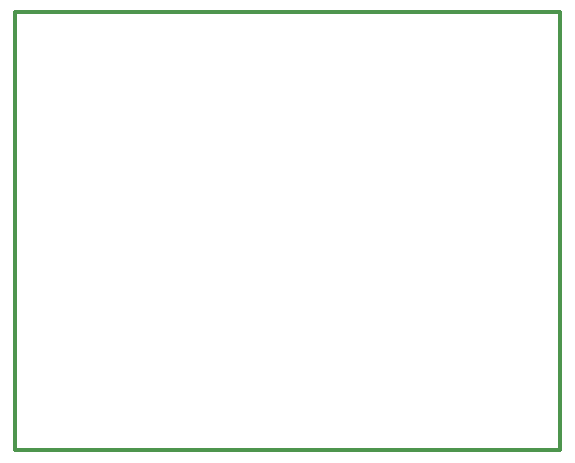
<source format=gm1>
G04 #@! TF.GenerationSoftware,KiCad,Pcbnew,7.0.5-0*
G04 #@! TF.CreationDate,2024-02-05T02:45:17-05:00*
G04 #@! TF.ProjectId,keystone-esp,6b657973-746f-46e6-952d-6573702e6b69,rev?*
G04 #@! TF.SameCoordinates,Original*
G04 #@! TF.FileFunction,Profile,NP*
%FSLAX46Y46*%
G04 Gerber Fmt 4.6, Leading zero omitted, Abs format (unit mm)*
G04 Created by KiCad (PCBNEW 7.0.5-0) date 2024-02-05 02:45:17*
%MOMM*%
%LPD*%
G01*
G04 APERTURE LIST*
G04 #@! TA.AperFunction,Profile*
%ADD10C,0.300000*%
G04 #@! TD*
G04 APERTURE END LIST*
D10*
X176403000Y-77089000D02*
X222504000Y-77089000D01*
X222504000Y-114173000D01*
X176403000Y-114173000D01*
X176403000Y-77089000D01*
M02*

</source>
